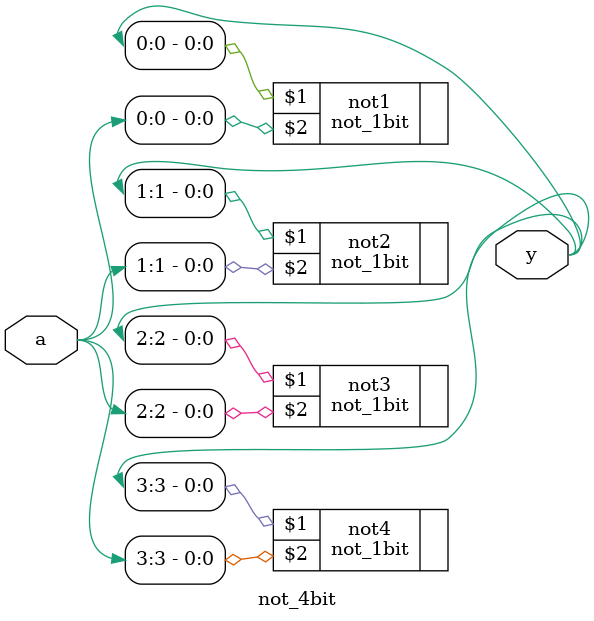
<source format=v>
module not_4bit (
	output [3:0] y, 
	input [3:0] a
);

	not_1bit not1 (y[0], a[0]);
	not_1bit not2 (y[1], a[1]);
	not_1bit not3 (y[2], a[2]);
	not_1bit not4 (y[3], a[3]);
	
endmodule
	
</source>
